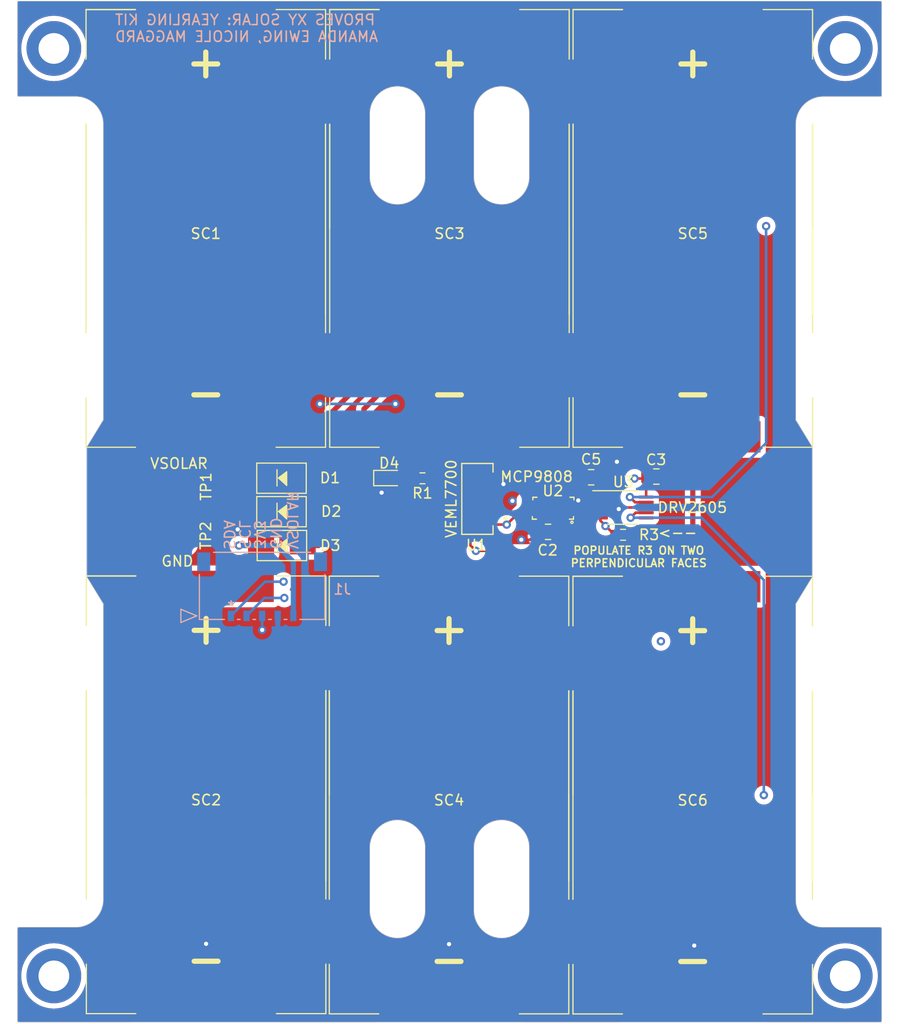
<source format=kicad_pcb>
(kicad_pcb (version 20221018) (generator pcbnew)
  (title_block (title "Yearling Kit XY Faces with camera hole") (date "2023-03-20") (rev "3.0") (company "Project Horizion"))
  (layers (0 "F.Cu" signal) (1 "In1.Cu" signal) (2 "In2.Cu" signal) (31 "B.Cu" signal) (34 "B.Paste" user) (35 "F.Paste" user) (36 "B.SilkS" user "B.Silkscreen") (37 "F.SilkS" user "F.Silkscreen") (38 "B.Mask" user) (39 "F.Mask" user) (44 "Edge.Cuts" user))
  (net 0 "")
  (net 1 "GND")
  (net 2 "+3V3")
  (net 3 "VSOLAR")
  (net 4 "Net-(SC1-Pad2)")
  (net 5 "Net-(SC3-Pad2)")
  (net 6 "Net-(D1-Pad2)")
  (net 7 "Net-(D2-Pad2)")
  (net 8 "SDA")
  (net 9 "SCL")
  (net 10 "Net-(C5-Pad1)")
  (net 17 "Net-(C3-Pad1)")
  (net 20 "Net-(U3-Pad7)")
  (net 21 "Net-(D3-Pad2)")
  (net 22 "Net-(SC5-Pad2)")
  (net 23 "Net-(D4-Pad2)")
  (footprint "SolarPanelBoards:MountingHoles" (layer "F.Cu") (at 106 70.3)
    (fp_text reference "J2" (at 0.54 0.01) (layer "F.SilkS"))
    (fp_text value "Conn_01x01")
    (pad "1" thru_hole circle (at 0.5 0) (size 5.25 5.25) (drill 2.95) (layers "*.Cu" "*.Mask"))
  )
  (footprint "SolarPanelBoards:MountingHoles" (layer "F.Cu") (at 106 159.3)
    (fp_text reference "J3" (at 0.42 0.13) (layer "F.SilkS"))
    (fp_text value "Conn_01x01")
    (pad "1" thru_hole circle (at 0.5 0) (size 5.25 5.25) (drill 2.95) (layers "*.Cu" "*.Mask"))
  )
  (footprint "SolarPanelBoards:MountingHoles" (layer "F.Cu") (at 183 70.3)
    (fp_text reference "J4" (at -0.4 0.08) (layer "F.SilkS"))
    (fp_text value "Conn_01x01")
    (pad "1" thru_hole circle (at -0.5 0) (size 5.25 5.25) (drill 2.95) (layers "*.Cu" "*.Mask"))
  )
  (footprint "SolarPanelBoards:MountingHoles" (layer "F.Cu") (at 183 159.3)
    (fp_text reference "J5" (at -0.62 0.07) (layer "F.SilkS"))
    (fp_text value "Conn_01x01")
    (pad "1" thru_hole circle (at -0.5 0) (size 5.25 5.25) (drill 2.95) (layers "*.Cu" "*.Mask"))
  )
  (footprint "SolarPanelBoards:MCP9808-NoLeadPackage" (layer "F.Cu") (at 154.45 114.42 90)
    (fp_text reference "U2" (at 1.66 -0.02 180) (layer "F.SilkS"))
    (fp_text value "MCP9808_DFN")
    (fp_line (start -1.05 -2) (end -1.05 -1.7) (stroke (width 0.12)) (layer "F.SilkS"))
    (fp_line (start -1.05 -2) (end -0.8 -2) (stroke (width 0.12)) (layer "F.SilkS"))
    (fp_line (start -1.05 -1.7) (end -1.05 -2) (stroke (width 0.12)) (layer "F.SilkS"))
    (fp_line (start -1.05 -1.7) (end -1.05 -1.6) (stroke (width 0.12)) (layer "F.SilkS"))
    (fp_line (start -1.05 1.65) (end -1.05 1.55) (stroke (width 0.12)) (layer "F.SilkS"))
    (fp_line (start -1.05 1.65) (end -1.05 1.95) (stroke (width 0.12)) (layer "F.SilkS"))
    (fp_line (start -1.05 1.95) (end -1.05 1.65) (stroke (width 0.12)) (layer "F.SilkS"))
    (fp_line (start -1.05 1.95) (end -0.8 1.95) (stroke (width 0.12)) (layer "F.SilkS"))
    (fp_line (start 1.05 -1.95) (end 0.8 -1.95) (stroke (width 0.12)) (layer "F.SilkS"))
    (fp_line (start 1.05 -1.95) (end 1.05 -1.65) (stroke (width 0.12)) (layer "F.SilkS"))
    (fp_line (start 1.05 -1.65) (end 1.05 -1.95) (stroke (width 0.12)) (layer "F.SilkS"))
    (fp_line (start 1.05 -1.65) (end 1.05 -1.55) (stroke (width 0.12)) (layer "F.SilkS"))
    (fp_line (start 1.05 1.7) (end 1.05 1.6) (stroke (width 0.12)) (layer "F.SilkS"))
    (fp_line (start 1.05 1.7) (end 1.05 2) (stroke (width 0.12)) (layer "F.SilkS"))
    (fp_line (start 1.05 2) (end 0.8 2) (stroke (width 0.12)) (layer "F.SilkS"))
    (fp_line (start 1.05 2) (end 1.05 1.7) (stroke (width 0.12)) (layer "F.SilkS"))
    (fp_circle (center -1.35 1.8) (end -1.3 1.8) (stroke (width 0.12)) (fill none) (layer "F.SilkS"))
    (pad "1" smd rect (at -0.75 1.45 90) (size 0.3 0.75) (layers "F.Cu" "F.Paste" "F.Mask") (net 8 "SDA"))
    (pad "2" smd rect (at -0.25 1.45 90) (size 0.3 0.75) (layers "F.Cu" "F.Paste" "F.Mask") (net 9 "SCL"))
    (pad "3" smd rect (at 0.25 1.45 90) (size 0.3 0.75) (layers "F.Cu" "F.Paste" "F.Mask"))
    (pad "4" smd rect (at 0.75 1.45 90) (size 0.3 0.75) (layers "F.Cu" "F.Paste" "F.Mask") (net 1 "GND"))
    (pad "5" smd rect (at 0.75 -1.45 270) (size 0.3 0.75) (layers "F.Cu" "F.Paste" "F.Mask") (net 1 "GND"))
    (pad "6" smd rect (at 0.25 -1.45 270) (size 0.3 0.75) (layers "F.Cu" "F.Paste" "F.Mask") (net 2 "+3V3"))
    (pad "7" smd rect (at -0.25 -1.45 270) (size 0.3 0.75) (layers "F.Cu" "F.Paste" "F.Mask") (net 2 "+3V3"))
    (pad "8" smd rect (at -0.75 -1.45 270) (size 0.3 0.75) (layers "F.Cu" "F.Paste" "F.Mask") (net 2 "+3V3"))
    (pad "9" smd rect (at 0 0 90) (size 1.45 1.75) (layers "F.Cu" "F.Paste" "F.Mask") (net 1 "GND"))
  )
  (footprint "SolarPanelBoards:KXOB101K08F-TR" (layer "F.Cu") (at 167.86 87.57)
    (fp_text reference "SC5" (at 0 0.5) (layer "F.SilkS"))
    (fp_text value "SM101K07TF")
    (fp_text user "+" (at 0 -16) (layer "F.SilkS") (effects (font (size 3 3) (thickness 0.5))))
    (fp_text user "-" (at 0 15.75) (layer "F.SilkS") (effects (font (size 3 3) (thickness 0.5))))
    (fp_line (start -11.5 -21) (end -11.5 -16.25) (stroke (width 0.12)) (layer "F.SilkS"))
    (fp_line (start -11.5 -21) (end -6.75 -21) (stroke (width 0.12)) (layer "F.SilkS"))
    (fp_line (start -11.5 -10) (end -11.5 10) (stroke (width 0.12)) (layer "F.SilkS"))
    (fp_line (start -11.5 0) (end -11.5 -10) (stroke (width 0.12)) (layer "F.SilkS"))
    (fp_line (start -11.5 21) (end -11.5 16.25) (stroke (width 0.12)) (layer "F.SilkS"))
    (fp_line (start -11.5 21) (end -6.75 21) (stroke (width 0.12)) (layer "F.SilkS"))
    (fp_line (start -6.75 -21) (end -11.5 -21) (stroke (width 0.12)) (layer "F.SilkS"))
    (fp_line (start 6.75 -21) (end 11.5 -21) (stroke (width 0.12)) (layer "F.SilkS"))
    (fp_line (start 6.75 21) (end 11.5 21) (stroke (width 0.12)) (layer "F.SilkS"))
    (fp_line (start 11.5 -21) (end 11.5 -16.25) (stroke (width 0.12)) (layer "F.SilkS"))
    (fp_line (start 11.5 -10) (end 11.5 8.25) (stroke (width 0.12)) (layer "F.SilkS"))
    (fp_line (start 11.5 0) (end 11.5 -10) (stroke (width 0.12)) (layer "F.SilkS"))
    (fp_line (start 11.5 0) (end 11.5 10) (stroke (width 0.12)) (layer "F.SilkS"))
    (fp_line (start 11.5 8.25) (end 11.5 0) (stroke (width 0.12)) (layer "F.SilkS"))
    (fp_line (start 11.5 21) (end 11.5 16.25) (stroke (width 0.12)) (layer "F.SilkS"))
    (pad "1" smd rect (at 0 -20) (size 13 3) (layers "F.Cu" "F.Paste" "F.Mask") (net 21 "Net-(D3-Pad2)"))
    (pad "2" smd rect (at 0 20) (size 13 3) (layers "F.Cu" "F.Paste" "F.Mask") (net 22 "Net-(SC5-Pad2)"))
  )
  (footprint "SolarPanelBoards:Test Pad" (layer "F.Cu") (at 118.37 112.45 90)
    (fp_text reference "TP1" (at 0.11 2.75 90 unlocked) (layer "F.SilkS"))
    (fp_text value "TestPoint")
    (pad "1" smd roundrect (at 0 0 90) (size 3 3) (layers "F.Cu" "F.Paste" "F.Mask") (net 3 "VSOLAR"))
  )
  (footprint "SolarPanelBoards:DO-214AC" (layer "F.Cu") (at 128.4 118)
    (fp_text reference "D3" (at 4.65 0) (layer "F.SilkS"))
    (fp_text value "CDBA240LL-HF")
    (fp_line (start -2.375 -1.45) (end 2.375 -1.45) (stroke (width 0.12)) (layer "F.SilkS"))
    (fp_line (start -2.375 1.45) (end -2.375 -1.45) (stroke (width 0.12)) (layer "F.SilkS"))
    (fp_line (start -2.375 1.45) (end 2.375 1.45) (stroke (width 0.12)) (layer "F.SilkS"))
    (fp_line (start -0.4318 -0.8128) (end -0.4318 0.7366) (stroke (width 0.12)) (layer "F.SilkS"))
    (fp_line (start 2.375 1.45) (end 2.375 -1.45) (stroke (width 0.12)) (layer "F.SilkS"))
    (fp_poly (pts (xy 0.508 0.7112) (xy -0.3048 -0.0254) (xy 0.508 -0.635)) (stroke (width 0.1)) (fill solid) (layer "F.SilkS"))
    (pad "1" smd rect (at -2 0) (size 2.5 1.7) (layers "F.Cu" "F.Paste" "F.Mask") (net 3 "VSOLAR"))
    (pad "2" smd rect (at 2 0) (size 2.5 1.7) (layers "F.Cu" "F.Paste" "F.Mask") (net 21 "Net-(D3-Pad2)"))
  )
  (footprint "SolarPanelBoards:Test Pad" (layer "F.Cu") (at 118.36 117.05 90)
    (fp_text reference "TP2" (at 0 2.73 90 unlocked) (layer "F.SilkS"))
    (fp_text value "TestPoint")
    (pad "1" smd roundrect (at 0 0 90) (size 3 3) (layers "F.Cu" "F.Paste" "F.Mask") (net 1 "GND"))
  )
  (footprint "SolarPanelBoards:DO-214AC" (layer "F.Cu") (at 128.36 111.54)
    (fp_text reference "D1" (at 4.66 -0.03) (layer "F.SilkS"))
    (fp_text value "CDBA240LL-HF")
    (fp_line (start -2.375 -1.45) (end 2.375 -1.45) (stroke (width 0.12)) (layer "F.SilkS"))
    (fp_line (start -2.375 1.45) (end -2.375 -1.45) (stroke (width 0.12)) (layer "F.SilkS"))
    (fp_line (start -2.375 1.45) (end 2.375 1.45) (stroke (width 0.12)) (layer "F.SilkS"))
    (fp_line (start -0.4318 -0.8128) (end -0.4318 0.7366) (stroke (width 0.12)) (layer "F.SilkS"))
    (fp_line (start 2.375 1.45) (end 2.375 -1.45) (stroke (width 0.12)) (layer "F.SilkS"))
    (fp_poly (pts (xy 0.508 0.7112) (xy -0.3048 -0.0254) (xy 0.508 -0.635)) (stroke (width 0.1)) (fill solid) (layer "F.SilkS"))
    (pad "1" smd rect (at -2 0) (size 2.5 1.7) (layers "F.Cu" "F.Paste" "F.Mask") (net 3 "VSOLAR"))
    (pad "2" smd rect (at 2 0) (size 2.5 1.7) (layers "F.Cu" "F.Paste" "F.Mask") (net 6 "Net-(D1-Pad2)"))
  )
  (footprint "SolarPanelBoards:KXOB101K08F-TR" (layer "F.Cu") (at 144.49 87.57)
    (fp_text reference "SC3" (at 0 0.5) (layer "F.SilkS"))
    (fp_text value "SM101K07TF")
    (fp_text user "-" (at 0 15.75) (layer "F.SilkS") (effects (font (size 3 3) (thickness 0.5))))
    (fp_text user "+" (at 0 -16) (layer "F.SilkS") (effects (font (size 3 3) (thickness 0.5))))
    (fp_line (start -11.5 -21) (end -11.5 -16.25) (stroke (width 0.12)) (layer "F.SilkS"))
    (fp_line (start -11.5 -21) (end -6.75 -21) (stroke (width 0.12)) (layer "F.SilkS"))
    (fp_line (start -11.5 -10) (end -11.5 10) (stroke (width 0.12)) (layer "F.SilkS"))
    (fp_line (start -11.5 0) (end -11.5 -10) (stroke (width 0.12)) (layer "F.SilkS"))
    (fp_line (start -11.5 21) (end -11.5 16.25) (stroke (width 0.12)) (layer "F.SilkS"))
    (fp_line (start -11.5 21) (end -6.75 21) (stroke (width 0.12)) (layer "F.SilkS"))
    (fp_line (start -6.75 -21) (end -11.5 -21) (stroke (width 0.12)) (layer "F.SilkS"))
    (fp_line (start 6.75 -21) (end 11.5 -21) (stroke (width 0.12)) (layer "F.SilkS"))
    (fp_line (start 6.75 21) (end 11.5 21) (stroke (width 0.12)) (layer "F.SilkS"))
    (fp_line (start 11.5 -21) (end 11.5 -16.25) (stroke (width 0.12)) (layer "F.SilkS"))
    (fp_line (start 11.5 -10) (end 11.5 8.25) (stroke (width 0.12)) (layer "F.SilkS"))
    (fp_line (start 11.5 0) (end 11.5 -10) (stroke (width 0.12)) (layer "F.SilkS"))
    (fp_line (start 11.5 0) (end 11.5 10) (stroke (width 0.12)) (layer "F.SilkS"))
    (fp_line (start 11.5 8.25) (end 11.5 0) (stroke (width 0.12)) (layer "F.SilkS"))
    (fp_line (start 11.5 21) (end 11.5 16.25) (stroke (width 0.12)) (layer "F.SilkS"))
    (pad "1" smd rect (at 0 -20) (size 13 3) (layers "F.Cu" "F.Paste" "F.Mask") (net 7 "Net-(D2-Pad2)"))
    (pad "2" smd rect (at 0 20) (size 13 3) (layers "F.Cu" "F.Paste" "F.Mask") (net 5 "Net-(SC3-Pad2)"))
  )
  (footprint "SolarPanelBoards:KXOB101K08F-TR" (layer "F.Cu") (at 144.45 141.94)
    (fp_text reference "SC4" (at 0 0.5) (layer "F.SilkS"))
    (fp_text value "SM101K07TF")
    (fp_text user "-" (at 0 15.75) (layer "F.SilkS") (effects (font (size 3 3) (thickness 0.5))))
    (fp_text user "+" (at 0 -16) (layer "F.SilkS") (effects (font (size 3 3) (thickness 0.5))))
    (fp_line (start -11.5 -21) (end -11.5 -16.25) (stroke (width 0.12)) (layer "F.SilkS"))
    (fp_line (start -11.5 -21) (end -6.75 -21) (stroke (width 0.12)) (layer "F.SilkS"))
    (fp_line (start -11.5 -10) (end -11.5 10) (stroke (width 0.12)) (layer "F.SilkS"))
    (fp_line (start -11.5 0) (end -11.5 -10) (stroke (width 0.12)) (layer "F.SilkS"))
    (fp_line (start -11.5 21) (end -11.5 16.25) (stroke (width 0.12)) (layer "F.SilkS"))
    (fp_line (start -11.5 21) (end -6.75 21) (stroke (width 0.12)) (layer "F.SilkS"))
    (fp_line (start -6.75 -21) (end -11.5 -21) (stroke (width 0.12)) (layer "F.SilkS"))
    (fp_line (start 6.75 -21) (end 11.5 -21) (stroke (width 0.12)) (layer "F.SilkS"))
    (fp_line (start 6.75 21) (end 11.5 21) (stroke (width 0.12)) (layer "F.SilkS"))
    (fp_line (start 11.5 -21) (end 11.5 -16.25) (stroke (width 0.12)) (layer "F.SilkS"))
    (fp_line (start 11.5 -10) (end 11.5 8.25) (stroke (width 0.12)) (layer "F.SilkS"))
    (fp_line (start 11.5 0) (end 11.5 -10) (stroke (width 0.12)) (layer "F.SilkS"))
    (fp_line (start 11.5 0) (end 11.5 10) (stroke (width 0.12)) (layer "F.SilkS"))
    (fp_line (start 11.5 8.25) (end 11.5 0) (stroke (width 0.12)) (layer "F.SilkS"))
    (fp_line (start 11.5 21) (end 11.5 16.25) (stroke (width 0.12)) (layer "F.SilkS"))
    (pad "1" smd rect (at 0 -20) (size 13 3) (layers "F.Cu" "F.Paste" "F.Mask") (net 5 "Net-(SC3-Pad2)"))
    (pad "2" smd rect (at 0 20) (size 13 3) (layers "F.Cu" "F.Paste" "F.Mask") (net 1 "GND"))
  )
  (footprint "SolarPanelBoards:KXOB101K08F-TR" (layer "F.Cu") (at 121.12 141.92)
    (fp_text reference "SC2" (at 0 0.5) (layer "F.SilkS"))
    (fp_text value "SM101K07TF")
    (fp_text user "+" (at 0 -16) (layer "F.SilkS") (effects (font (size 3 3) (thickness 0.5))))
    (fp_text user "-" (at 0 15.75) (layer "F.SilkS") (effects (font (size 3 3) (thickness 0.5))))
    (fp_line (start -11.5 -21) (end -11.5 -16.25) (stroke (width 0.12)) (layer "F.SilkS"))
    (fp_line (start -11.5 -21) (end -6.75 -21) (stroke (width 0.12)) (layer "F.SilkS"))
    (fp_line (start -11.5 -10) (end -11.5 10) (stroke (width 0.12)) (layer "F.SilkS"))
    (fp_line (start -11.5 0) (end -11.5 -10) (stroke (width 0.12)) (layer "F.SilkS"))
    (fp_line (start -11.5 21) (end -11.5 16.25) (stroke (width 0.12)) (layer "F.SilkS"))
    (fp_line (start -11.5 21) (end -6.75 21) (stroke (width 0.12)) (layer "F.SilkS"))
    (fp_line (start -6.75 -21) (end -11.5 -21) (stroke (width 0.12)) (layer "F.SilkS"))
    (fp_line (start 6.75 -21) (end 11.5 -21) (stroke (width 0.12)) (layer "F.SilkS"))
    (fp_line (start 6.75 21) (end 11.5 21) (stroke (width 0.12)) (layer "F.SilkS"))
    (fp_line (start 11.5 -21) (end 11.5 -16.25) (stroke (width 0.12)) (layer "F.SilkS"))
    (fp_line (start 11.5 -10) (end 11.5 8.25) (stroke (width 0.12)) (layer "F.SilkS"))
    (fp_line (start 11.5 0) (end 11.5 -10) (stroke (width 0.12)) (layer "F.SilkS"))
    (fp_line (start 11.5 0) (end 11.5 10) (stroke (width 0.12)) (layer "F.SilkS"))
    (fp_line (start 11.5 8.25) (end 11.5 0) (stroke (width 0.12)) (layer "F.SilkS"))
    (fp_line (start 11.5 21) (end 11.5 16.25) (stroke (width 0.12)) (layer "F.SilkS"))
    (pad "1" smd rect (at 0 -20) (size 13 3) (layers "F.Cu" "F.Paste" "F.Mask") (net 4 "Net-(SC1-Pad2)"))
    (pad "2" smd rect (at 0 20) (size 13 3) (layers "F.Cu" "F.Paste" "F.Mask") (net 1 "GND"))
  )
  (footprint "SolarPanelBoards:DO-214AC" (layer "F.Cu") (at 128.36 114.75)
    (fp_text reference "D2" (at 4.77 -0.02) (layer "F.SilkS"))
    (fp_text value "CDBA240LL-HF")
    (fp_line (start -2.375 -1.45) (end 2.375 -1.45) (stroke (width 0.12)) (layer "F.SilkS"))
    (fp_line (start -2.375 1.45) (end -2.375 -1.45) (stroke (width 0.12)) (layer "F.SilkS"))
    (fp_line (start -2.375 1.45) (end 2.375 1.45) (stroke (width 0.12)) (layer "F.SilkS"))
    (fp_line (start -0.4318 -0.8128) (end -0.4318 0.7366) (stroke (width 0.12)) (layer "F.SilkS"))
    (fp_line (start 2.375 1.45) (end 2.375 -1.45) (stroke (width 0.12)) (layer "F.SilkS"))
    (fp_poly (pts (xy 0.508 0.7112) (xy -0.3048 -0.0254) (xy 0.508 -0.635)) (stroke (width 0.1)) (fill solid) (layer "F.SilkS"))
    (pad "1" smd rect (at -2 0) (size 2.5 1.7) (layers "F.Cu" "F.Paste" "F.Mask") (net 3 "VSOLAR"))
    (pad "2" smd rect (at 2 0) (size 2.5 1.7) (layers "F.Cu" "F.Paste" "F.Mask") (net 7 "Net-(D2-Pad2)"))
  )
  (footprint "SolarPanelBoards:KXOB101K08F-TR" (layer "F.Cu") (at 167.85 141.95)
    (fp_text reference "SC6" (at 0 0.5) (layer "F.SilkS"))
    (fp_text value "SM101K07TF")
    (fp_text user "-" (at 0 15.75) (layer "F.SilkS") (effects (font (size 3 3) (thickness 0.5))))
    (fp_text user "+" (at 0 -16) (layer "F.SilkS") (effects (font (size 3 3) (thickness 0.5))))
    (fp_line (start -11.5 -21) (end -11.5 -16.25) (stroke (width 0.12)) (layer "F.SilkS"))
    (fp_line (start -11.5 -21) (end -6.75 -21) (stroke (width 0.12)) (layer "F.SilkS"))
    (fp_line (start -11.5 -10) (end -11.5 10) (stroke (width 0.12)) (layer "F.SilkS"))
    (fp_line (start -11.5 0) (end -11.5 -10) (stroke (width 0.12)) (layer "F.SilkS"))
    (fp_line (start -11.5 21) (end -11.5 16.25) (stroke (width 0.12)) (layer "F.SilkS"))
    (fp_line (start -11.5 21) (end -6.75 21) (stroke (width 0.12)) (layer "F.SilkS"))
    (fp_line (start -6.75 -21) (end -11.5 -21) (stroke (width 0.12)) (layer "F.SilkS"))
    (fp_line (start 6.75 -21) (end 11.5 -21) (stroke (width 0.12)) (layer "F.SilkS"))
    (fp_line (start 6.75 21) (end 11.5 21) (stroke (width 0.12)) (layer "F.SilkS"))
    (fp_line (start 11.5 -21) (end 11.5 -16.25) (stroke (width 0.12)) (layer "F.SilkS"))
    (fp_line (start 11.5 -10) (end 11.5 8.25) (stroke (width 0.12)) (layer "F.SilkS"))
    (fp_line (start 11.5 0) (end 11.5 -10) (stroke (width 0.12)) (layer "F.SilkS"))
    (fp_line (start 11.5 0) (end 11.5 10) (stroke (width 0.12)) (layer "F.SilkS"))
    (fp_line (start 11.5 8.25) (end 11.5 0) (stroke (width 0.12)) (layer "F.SilkS"))
    (fp_line (start 11.5 21) (end 11.5 16.25) (stroke (width 0.12)) (layer "F.SilkS"))
    (pad "1" smd rect (at 0 -20) (size 13 3) (layers "F.Cu" "F.Paste" "F.Mask") (net 22 "Net-(SC5-Pad2)"))
    (pad "2" smd rect (at 0 20) (size 13 3) (layers "F.Cu" "F.Paste" "F.Mask") (net 1 "GND"))
  )
  (footprint "Capacitor_SMD:C_0805_2012Metric" (layer "F.Cu") (at 153.96 116.69)
    (fp_text reference "C2" (at -0.04 1.76) (layer "F.SilkS"))
    (fp_text value "1uF")
    (fp_line (start -0.261252 -0.735) (end 0.261252 -0.735) (stroke (width 0.12)) (layer "F.SilkS"))
    (fp_line (start -0.261252 0.735) (end 0.261252 0.735) (stroke (width 0.12)) (layer "F.SilkS"))
    (pad "1" smd roundrect (at -0.95 0) (size 1 1.45) (layers "F.Cu" "F.Paste" "F.Mask") (net 2 "+3V3"))
    (pad "2" smd roundrect (at 0.95 0) (size 1 1.45) (layers "F.Cu" "F.Paste" "F.Mask") (net 1 "GND"))
  )
  (footprint "Capacitor_SMD:C_0805_2012Metric" (layer "F.Cu") (at 158.1 111.45 180)
    (fp_text reference "C5" (at 0.01 1.72) (layer "F.SilkS"))
    (fp_text value "1uF")
    (fp_line (start -0.261252 -0.735) (end 0.261252 -0.735) (stroke (width 0.12)) (layer "F.SilkS"))
    (fp_line (start -0.261252 0.735) (end 0.261252 0.735) (stroke (width 0.12)) (layer "F.SilkS"))
    (pad "1" smd roundrect (at -0.95 0 180) (size 1 1.45) (layers "F.Cu" "F.Paste" "F.Mask") (net 10 "Net-(C5-Pad1)"))
    (pad "2" smd roundrect (at 0.95 0 180) (size 1 1.45) (layers "F.Cu" "F.Paste" "F.Mask") (net 1 "GND"))
  )
  (footprint "VEML7700-TT:XDCR_VEML7700-TT" (layer "F.Cu") (at 147.175 113.525 180)
    (fp_text reference "U1" (at 0.095 -4.435) (layer "F.SilkS"))
    (fp_text value "VEML7700")
    (fp_line (start -1.5 -3.4) (end 1.5 -3.4) (stroke (width 0.127)) (layer "F.SilkS"))
    (fp_line (start -1.5 -2.575) (end -1.5 -3.4) (stroke (width 0.127)) (layer "F.SilkS"))
    (fp_line (start -1.5 3.4) (end -1.5 2.575) (stroke (width 0.127)) (layer "F.SilkS"))
    (fp_line (start 1.5 -3.4) (end 1.5 3.4) (stroke (width 0.127)) (layer "F.SilkS"))
    (fp_line (start 1.5 3.4) (end -1.5 3.4) (stroke (width 0.127)) (layer "F.SilkS"))
    (fp_circle (center -2.7 -1.905) (end -2.6 -1.905) (stroke (width 0.2)) (fill none) (layer "F.SilkS"))
    (pad "1" smd rect (at -0.9 -1.905 180) (size 1.6 0.7) (layers "F.Cu" "F.Paste" "F.Mask") (net 9 "SCL"))
    (pad "2" smd rect (at -0.9 -0.635 180) (size 1.6 0.7) (layers "F.Cu" "F.Paste" "F.Mask") (net 2 "+3V3"))
    (pad "3" smd rect (at -0.9 0.635 180) (size 1.6 0.7) (layers "F.Cu" "F.Paste" "F.Mask") (net 1 "GND"))
    (pad "4" smd rect (at -0.9 1.905 180) (size 1.6 0.7) (layers "F.Cu" "F.Paste" "F.Mask") (net 8 "SDA"))
  )
  (footprint "Resistor_SMD:R_0603_1608Metric" (layer "F.Cu") (at 161.165 116.97 180)
    (fp_text reference "R3" (at -2.495 0) (layer "F.SilkS"))
    (fp_text value "0-Ohm")
    (fp_line (start -0.237258 -0.5225) (end 0.237258 -0.5225) (stroke (width 0.12)) (layer "F.SilkS"))
    (fp_line (start -0.237258 0.5225) (end 0.237258 0.5225) (stroke (width 0.12)) (layer "F.SilkS"))
    (pad "1" smd roundrect (at -0.825 0 180) (size 0.8 0.95) (layers "F.Cu" "F.Paste" "F.Mask") (net 2 "+3V3"))
    (pad "2" smd roundrect (at 0.825 0 180) (size 0.8 0.95) (layers "F.Cu" "F.Paste" "F.Mask") (net 17 "Net-(C3-Pad1)"))
  )
  (footprint "Capacitor_SMD:C_0805_2012Metric" (layer "F.Cu") (at 164.36 111.38)
    (fp_text reference "C3" (at -0.02 -1.61 180) (layer "F.SilkS"))
    (fp_text value "1uF")
    (fp_line (start -0.261252 -0.735) (end 0.261252 -0.735) (stroke (width 0.12)) (layer "F.SilkS"))
    (fp_line (start -0.261252 0.735) (end 0.261252 0.735) (stroke (width 0.12)) (layer "F.SilkS"))
    (pad "1" smd roundrect (at -0.95 0) (size 1 1.45) (layers "F.Cu" "F.Paste" "F.Mask") (net 17 "Net-(C3-Pad1)"))
    (pad "2" smd roundrect (at 0.95 0) (size 1 1.45) (layers "F.Cu" "F.Paste" "F.Mask") (net 1 "GND"))
  )
  (footprint "LED_SMD:LED_0603_1608Metric" (layer "F.Cu") (at 138.7 111.525)
    (fp_text reference "D4" (at 0 -1.43) (layer "F.SilkS"))
    (fp_text value "CQY99")
    (fp_line (start -1.485 -0.735) (end -1.485 0.735) (stroke (width 0.12)) (layer "F.SilkS"))
    (fp_line (start -1.485 0.735) (end 0.8 0.735) (stroke (width 0.12)) (layer "F.SilkS"))
    (fp_line (start 0.8 -0.735) (end -1.485 -0.735) (stroke (width 0.12)) (layer "F.SilkS"))
    (pad "1" smd roundrect (at -0.7875 0) (size 0.875 0.95) (layers "F.Cu" "F.Paste" "F.Mask") (net 1 "GND"))
    (pad "2" smd roundrect (at 0.7875 0) (size 0.875 0.95) (layers "F.Cu" "F.Paste" "F.Mask") (net 23 "Net-(D4-Pad2)"))
  )
  (footprint "SolarPanelBoards:KXOB101K08F-TR" (layer "F.Cu") (at 121.09 87.57)
    (fp_text reference "SC1" (at 0 0.5) (layer "F.SilkS"))
    (fp_text value "SM101K07TF")
    (fp_text user "+" (at 0 -16) (layer "F.SilkS") (effects (font (size 3 3) (thickness 0.5))))
    (fp_text user "-" (at 0 15.75) (layer "F.SilkS") (effects (font (size 3 3) (thickness 0.5))))
    (fp_line (start -11.5 -21) (end -11.5 -16.25) (stroke (width 0.12)) (layer "F.SilkS"))
    (fp_line (start -11.5 -21) (end -6.75 -21) (stroke (width 0.12)) (layer "F.SilkS"))
    (fp_line (start -11.5 -10) (end -11.5 10) (stroke (width 0.12)) (layer "F.SilkS"))
    (fp_line (start -11.5 0) (end -11.5 -10) (stroke (width 0.12)) (layer "F.SilkS"))
    (fp_line (start -11.5 21) (end -11.5 16.25) (stroke (width 0.12)) (layer "F.SilkS"))
    (fp_line (start -11.5 21) (end -6.75 21) (stroke (width 0.12)) (layer "F.SilkS"))
    (fp_line (start -6.75 -21) (end -11.5 -21) (stroke (width 0.12)) (layer "F.SilkS"))
    (fp_line (start 6.75 -21) (end 11.5 -21) (stroke (width 0.12)) (layer "F.SilkS"))
    (fp_line (start 6.75 21) (end 11.5 21) (stroke (width 0.12)) (layer "F.SilkS"))
    (fp_line (start 11.5 -21) (end 11.5 -16.25) (stroke (width 0.12)) (layer "F.SilkS"))
    (fp_line (start 11.5 -10) (end 11.5 8.25) (stroke (width 0.12)) (layer "F.SilkS"))
    (fp_line (start 11.5 0) (end 11.5 -10) (stroke (width 0.12)) (layer "F.SilkS"))
    (fp_line (start 11.5 0) (end 11.5 10) (stroke (width 0.12)) (layer "F.SilkS"))
    (fp_line (start 11.5 8.25) (end 11.5 0) (stroke (width 0.12)) (layer "F.SilkS"))
    (fp_line (start 11.5 21) (end 11.5 16.25) (stroke (width 0.12)) (layer "F.SilkS"))
    (pad "1" smd rect (at 0 -20) (size 13 3) (layers "F.Cu" "F.Paste" "F.Mask") (net 6 "Net-(D1-Pad2)"))
    (pad "2" smd rect (at 0 20) (size 13 3) (layers "F.Cu" "F.Paste" "F.Mask") (net 4 "Net-(SC1-Pad2)"))
  )
  (footprint "Resistor_SMD:R_0603_1608Metric" (layer "F.Cu") (at 141.9 111.55 180)
    (fp_text reference "R1" (at 0 -1.43) (layer "F.SilkS"))
    (fp_text value "1k")
    (fp_line (start -0.237258 -0.5225) (end 0.237258 -0.5225) (stroke (width 0.12)) (layer "F.SilkS"))
    (fp_line (start -0.237258 0.5225) (end 0.237258 0.5225) (stroke (width 0.12)) (layer "F.SilkS"))
    (pad "1" smd roundrect (at -0.825 0 180) (size 0.8 0.95) (layers "F.Cu" "F.Paste" "F.Mask") (net 2 "+3V3"))
    (pad "2" smd roundrect (at 0.825 0 180) (size 0.8 0.95) (layers "F.Cu" "F.Paste" "F.Mask") (net 23 "Net-(D4-Pad2)"))
  )
  (footprint "Package_SO:VSSOP-10_3x3mm_P0.5mm" (layer "F.Cu") (at 161.18 114.35)
    (fp_text reference "U3" (at 0 -2.45) (layer "F.SilkS"))
    (fp_text value "DRV2605LDGS")
    (fp_line (start 0 -1.61) (end -2.925 -1.61) (stroke (width 0.12)) (layer "F.SilkS"))
    (fp_line (start 0 -1.61) (end 1.5 -1.61) (stroke (width 0.12)) (layer "F.SilkS"))
    (fp_line (start 0 1.61) (end -1.5 1.61) (stroke (width 0.12)) (layer "F.SilkS"))
    (fp_line (start 0 1.61) (end 1.5 1.61) (stroke (width 0.12)) (layer "F.SilkS"))
    (pad "1" smd roundrect (at -2.2 -1) (size 1.45 0.3) (layers "F.Cu" "F.Paste" "F.Mask") (net 10 "Net-(C5-Pad1)"))
    (pad "2" smd roundrect (at -2.2 -0.5) (size 1.45 0.3) (layers "F.Cu" "F.Paste" "F.Mask") (net 9 "SCL"))
    (pad "3" smd roundrect (at -2.2 0) (size 1.45 0.3) (layers "F.Cu" "F.Paste" "F.Mask") (net 8 "SDA"))
    (pad "4" smd roundrect (at -2.2 0.5) (size 1.45 0.3) (layers "F.Cu" "F.Paste" "F.Mask") (net 1 "GND"))
    (pad "5" smd roundrect (at -2.2 1) (size 1.45 0.3) (layers "F.Cu" "F.Paste" "F.Mask") (net 17 "Net-(C3-Pad1)"))
    (pad "6" smd roundrect (at 2.2 1) (size 1.45 0.3) (layers "F.Cu" "F.Paste" "F.Mask"))
    (pad "7" smd roundrect (at 2.2 0.5) (size 1.45 0.3) (layers "F.Cu" "F.Paste" "F.Mask") (net 20 "Net-(U3-Pad7)"))
    (pad "8" smd roundrect (at 2.2 0) (size 1.45 0.3) (layers "F.Cu" "F.Paste" "F.Mask") (net 1 "GND"))
    (pad "9" smd roundrect (at 2.2 -0.5) (size 1.45 0.3) (layers "F.Cu" "F.Paste" "F.Mask") (net 20 "Net-(U3-Pad7)"))
    (pad "10" smd roundrect (at 2.2 -1) (size 1.45 0.3) (layers "F.Cu" "F.Paste" "F.Mask") (net 17 "Net-(C3-Pad1)"))
  )
  (footprint "SolarPanelBoards:CON_5040500591" (layer "B.Cu") (at 123.5 124.75 180)
    (fp_text reference "J1" (at -10.7 2.55) (layer "B.SilkS") (effects (justify mirror)))
    (fp_text value "CON-5040500591" hide)
    (fp_text user "*" (at -0.02 0.88) (layer "B.SilkS") (effects (justify mirror)))
    (fp_line (start -9.024989 -0.34) (end -6.620041 -0.34) (stroke (width 0.12)) (layer "B.SilkS"))
    (fp_line (start -9.024989 3.96996) (end -9.024989 -0.34) (stroke (width 0.12)) (layer "B.SilkS"))
    (fp_line (start -5.379961 -0.34) (end -5.120041 -0.34) (stroke (width 0.12)) (layer "B.SilkS"))
    (fp_line (start -3.879961 -0.34) (end -3.620039 -0.34) (stroke (width 0.12)) (layer "B.SilkS"))
    (fp_line (start -2.379959 -0.34) (end -2.12004 -0.34) (stroke (width 0.12)) (layer "B.SilkS"))
    (fp_line (start -0.87996 -0.34) (end -0.62004 -0.34) (stroke (width 0.12)) (layer "B.SilkS"))
    (fp_line (start 0.62004 -0.34) (end 3.024988 -0.34) (stroke (width 0.12)) (layer "B.SilkS"))
    (fp_line (start 1.660115 6.1) (end -7.660116 6.1) (stroke (width 0.12)) (layer "B.SilkS"))
    (fp_line (start 3.024988 -0.34) (end 3.024988 3.96996) (stroke (width 0.12)) (layer "B.SilkS"))
    (fp_line (start 3.278987 0) (end 4.802987 0.635) (stroke (width 0.12)) (layer "B.SilkS"))
    (fp_line (start 4.802987 -0.635) (end 3.278987 0) (stroke (width 0.12)) (layer "B.SilkS"))
    (fp_line (start 4.802987 0.635) (end 4.802987 -0.635) (stroke (width 0.12)) (layer "B.SilkS"))
    (pad "1" smd rect (at 0 0 180) (size 0.6 1) (layers "B.Cu" "B.Paste" "B.Mask") (net 8 "SDA"))
    (pad "2" smd rect (at -1.5 0 180) (size 0.6 1) (layers "B.Cu" "B.Paste" "B.Mask") (net 9 "SCL"))
    (pad "3" smd rect (at -2.999999 0 180) (size 0.6 1) (layers "B.Cu" "B.Paste" "B.Mask") (net 2 "+3V3"))
    (pad "4" smd rect (at -4.500001 0 180) (size 0.6 1) (layers "B.Cu" "B.Paste" "B.Mask") (net 1 "GND"))
    (pad "5" smd rect (at -6.000001 0 180) (size 0.6 1) (layers "B.Cu" "B.Paste" "B.Mask") (net 3 "VSOLAR"))
    (pad "6" smd rect (at 2.604999 5.19 180) (size 1.25 1.8) (layers "B.Cu" "B.Paste" "B.Mask"))
    (pad "7" smd rect (at -8.604999 5.19 180) (size 1.25 1.8) (layers "B.Cu" "B.Paste" "B.Mask"))
  )
  (gr_line (start 136.85 153) (end 136.85 147) (stroke (width 0.05)) (layer "Edge.Cuts"))
  (gr_line (start 142.15 153) (end 142.15 147) (stroke (width 0.05)) (layer "Edge.Cuts"))
  (gr_line (start 146.85 147) (end 146.85 153) (stroke (width 0.05)) (layer "Edge.Cuts"))
  (gr_line (start 152.15 153) (end 152.15 147) (stroke (width 0.05)) (layer "Edge.Cuts"))
  (gr_line (start 142.15 76.6) (end 142.15 82.6) (stroke (width 0.05)) (layer "Edge.Cuts"))
  (gr_line (start 136.85 76.6) (end 136.85 82.6) (stroke (width 0.05)) (layer "Edge.Cuts"))
  (gr_line (start 146.85 76.6) (end 146.85 82.6) (stroke (width 0.05)) (layer "Edge.Cuts"))
  (gr_line (start 152.15 76.6) (end 152.15 82.6) (stroke (width 0.05)) (layer "Edge.Cuts"))
  (gr_line (start 186 65.75) (end 103 65.75) (stroke (width 0.05)) (layer "Edge.Cuts"))
  (gr_line (start 108.58 74.92) (end 103 74.92) (stroke (width 0.05)) (layer "Edge.Cuts"))
  (gr_arc (start 108.58 74.92) (mid 110.461789 75.69114) (end 111.24 77.57) (stroke (width 0.05)) (layer "Edge.Cuts"))
  (gr_line (start 103 65.75) (end 103 74.92) (stroke (width 0.05)) (layer "Edge.Cuts"))
  (gr_line (start 103 154.62) (end 103 163.75) (stroke (width 0.05)) (layer "Edge.Cuts"))
  (gr_arc (start 142.15 82.6) (mid 139.5 85.25) (end 136.85 82.6) (stroke (width 0.05)) (layer "Edge.Cuts"))
  (gr_line (start 186 74.925) (end 180.42 74.925) (stroke (width 0.05)) (layer "Edge.Cuts"))
  (gr_arc (start 146.85 76.6) (mid 149.5 73.95) (end 152.15 76.6) (stroke (width 0.05)) (layer "Edge.Cuts"))
  (gr_line (start 186 74.925) (end 186 65.75) (stroke (width 0.05)) (layer "Edge.Cuts"))
  (gr_arc (start 136.85 76.6) (mid 139.5 73.95) (end 142.15 76.6) (stroke (width 0.05)) (layer "Edge.Cuts"))
  (gr_line (start 111.24 123.595) (end 111.24 151.97) (stroke (width 0.05)) (layer "Edge.Cuts"))
  (gr_line (start 109.65 108.545) (end 109.65 120.995) (stroke (width 0.05)) (layer "Edge.Cuts"))
  (gr_line (start 109.65 120.995) (end 111.24 123.595) (stroke (width 0.05)) (layer "Edge.Cuts"))
  (gr_line (start 103 163.75) (end 186 163.75) (stroke (width 0.05)) (layer "Edge.Cuts"))
  (gr_arc (start 136.85 147) (mid 139.5 144.35) (end 142.15 147) (stroke (width 0.05)) (layer "Edge.Cuts"))
  (gr_line (start 186 163.75) (end 186 154.625) (stroke (width 0.05)) (layer "Edge.Cuts"))
  (gr_arc (start 142.15 153) (mid 139.5 155.65) (end 136.85 153) (stroke (width 0.05)) (layer "Edge.Cuts"))
  (gr_arc (start 177.76 77.575) (mid 178.538203 75.696102) (end 180.42 74.925) (stroke (width 0.05)) (layer "Edge.Cuts"))
  (gr_line (start 109.65 108.545) (end 111.24 105.945) (stroke (width 0.05)) (layer "Edge.Cuts"))
  (gr_line (start 177.76 105.95) (end 179.35 108.55) (stroke (width 0.05)) (layer "Edge.Cuts"))
  (gr_line (start 177.76 77.575) (end 177.76 105.95) (stroke (width 0.05)) (layer "Edge.Cuts"))
  (gr_arc (start 146.85 147) (mid 149.5 144.35) (end 152.15 147) (stroke (width 0.05)) (layer "Edge.Cuts"))
  (gr_arc (start 111.24 151.97) (mid 110.461768 153.848869) (end 108.58 154.62) (stroke (width 0.05)) (layer "Edge.Cuts"))
  (gr_line (start 179.35 108.55) (end 179.35 121) (stroke (width 0.05)) (layer "Edge.Cuts"))
  (gr_arc (start 152.15 153) (mid 149.5 155.65) (end 146.85 153) (stroke (width 0.05)) (layer "Edge.Cuts"))
  (gr_line (start 111.24 77.57) (end 111.24 105.945) (stroke (width 0.05)) (layer "Edge.Cuts"))
  (gr_arc (start 180.42 154.625) (mid 178.538276 153.853824) (end 177.76 151.975) (stroke (width 0.05)) (layer "Edge.Cuts"))
  (gr_line (start 103 154.62) (end 108.58 154.62) (stroke (width 0.05)) (layer "Edge.Cuts"))
  (gr_arc (start 152.15 82.6) (mid 149.5 85.25) (end 146.85 82.6) (stroke (width 0.05)) (layer "Edge.Cuts"))
  (gr_line (start 177.76 123.6) (end 177.76 151.975) (stroke (width 0.05)) (layer "Edge.Cuts"))
  (gr_line (start 177.76 123.6) (end 179.35 121) (stroke (width 0.05)) (layer "Edge.Cuts"))
  (gr_line (start 180.42 154.625) (end 186 154.625) (stroke (width 0.05)) (layer "Edge.Cuts"))
  (gr_text "VSOLAR" (at 129.39 115.56 270) (layer "B.SilkS") (effects (font (size 1 1)) (justify mirror)))
  (gr_text "PROVES XY SOLAR: YEARLING KIT\nAMANDA EWING, NICOLE MAGGARD" (at 112.29 68.36) (layer "B.SilkS") (effects (font (size 1 1)) (justify right mirror)))
  (gr_text "GND" (at 127.8 116.84 270) (layer "B.SilkS") (effects (font (size 1 1)) (justify mirror)))
  (gr_text "3V3" (at 126.24 116.95 270) (layer "B.SilkS") (effects (font (size 1 1)) (justify mirror)))
  (gr_text "SDA" (at 123.33 116.97 270) (layer "B.SilkS") (effects (font (size 1 1)) (justify mirror)))
  (gr_text "SCL" (at 124.81 116.97 270) (layer "B.SilkS") (effects (font (size 1 1)) (justify mirror)))
  (gr_text "GND" (at 118.36 119.51) (layer "F.SilkS") (effects (font (size 1 1))))
  (gr_text "MCP9808" (at 152.86 111.4) (layer "F.SilkS") (effects (font (size 1 1))))
  (gr_text "<--" (at 166.41 116.76) (layer "F.SilkS") (effects (font (size 1 1))))
  (gr_text "VEML7700" (at 144.66 113.51 90) (layer "F.SilkS") (effects (font (size 1 1))))
  (gr_text "DRV2605" (at 167.82 114.36) (layer "F.SilkS") (effects (font (size 1 1))))
  (gr_text "POPULATE R3 ON TWO\nPERPENDICULAR FACES" (at 162.67 119.08) (layer "F.SilkS") (effects (font (size 0.75 0.75))))
  (gr_text "VSOLAR" (at 118.52 110.13) (layer "F.SilkS") (effects (font (size 1 1))))
  (segment (start 148.075 112.89) (end 148.885 112.89) (width 0.25) (layer "F.Cu") (net 1))
  (segment (start 158.36 109.96) (end 158.75 109.96) (width 0.25) (layer "F.Cu") (net 1))
  (segment (start 163.89 109.96) (end 165.31 111.38) (width 0.25) (layer "F.Cu") (net 1))
  (segment (start 158.75 109.96) (end 160.57 109.96) (width 0.25) (layer "F.Cu") (net 1))
  (segment (start 155.9 113.67) (end 155.2 113.67) (width 0.25) (layer "F.Cu") (net 1))
  (segment (start 154.91 116.69) (end 154.91 114.88) (width 0.25) (layer "F.Cu") (net 1))
  (segment (start 155.9 113.67) (end 156.86 113.67) (width 0.25) (layer "F.Cu") (net 1))
  (segment (start 157.15 111.45) (end 157.15 111.17) (width 0.25) (layer "F.Cu") (net 1))
  (segment (start 144.45 161.94) (end 144.45 156.25) (width 0.5) (layer "F.Cu") (net 1))
  (segment (start 154.45 114.42) (end 153.7 113.67) (width 0.25) (layer "F.Cu") (net 1))
  (segment (start 160.9 114.35) (end 160.75 114.5) (width 0.25) (layer "F.Cu") (net 1))
  (segment (start 160.57 109.96) (end 163.89 109.96) (width 0.25) (layer "F.Cu") (net 1))
  (segment (start 154.91 114.88) (end 154.45 114.42) (width 0.25) (layer "F.Cu") (net 1))
  (segment (start 168 161.97) (end 168 156.39) (width 0.5) (layer "F.Cu") (net 1))
  (segment (start 137.9125 112.8625) (end 137.975 112.925) (width 0.25) (layer "F.Cu") (net 1))
  (segment (start 158.98 114.85) (end 160.4 114.85) (width 0.25) (layer "F.Cu") (net 1))
  (segment (start 157.15 111.17) (end 158.36 109.96) (width 0.25) (layer "F.Cu") (net 1))
  (segment (start 121.12 161.92) (end 121.12 156.22) (width 0.5) (layer "F.Cu") (net 1))
  (segment (start 153.7 113.67) (end 153 113.67) (width 0.25) (layer "F.Cu") (net 1))
  (segment (start 160.4 114.85) (end 160.75 114.5) (width 0.25) (layer "F.Cu") (net 1))
  (segment (start 155.2 113.67) (end 154.485 114.385) (width 0.25) (layer "F.Cu") (net 1))
  (segment (start 148.885 112.89) (end 149.675 112.1) (width 0.25) (layer "F.Cu") (net 1))
  (segment (start 163.38 114.35) (end 160.9 114.35) (width 0.25) (layer "F.Cu") (net 1))
  (segment (start 154.485 114.385) (end 154.45 114.42) (width 0.25) (layer "F.Cu") (net 1))
  (segment (start 118.36 117.05) (end 123.55 117.05) (width 0.5) (layer "F.Cu") (net 1))
  (segment (start 137.9125 111.525) (end 137.9125 112.8625) (width 0.25) (layer "F.Cu") (net 1))
  (segment (start 123.55 117.05) (end 124.15 116.45) (width 0.5) (layer "F.Cu") (net 1))
  (via (at 168 156.39) (size 0.8) (drill 0.4) (layers "F.Cu" "B.Cu") (net 1))
  (via (at 156.86 113.67) (size 0.8) (drill 0.4) (layers "F.Cu" "B.Cu") (net 1))
  (via (at 160.57 109.96) (size 0.8) (drill 0.4) (layers "F.Cu" "B.Cu") (net 1))
  (via (at 144.45 156.25) (size 0.8) (drill 0.4) (layers "F.Cu" "B.Cu") (net 1))
  (via (at 149.675 112.1) (size 0.8) (drill 0.4) (layers "F.Cu" "B.Cu") (net 1))
  (via (at 121.12 156.22) (size 0.8) (drill 0.4) (layers "F.Cu" "B.Cu") (net 1))
  (via (at 124.15 116.45) (size 0.8) (drill 0.4) (layers "F.Cu" "B.Cu") (net 1))
  (via (at 137.975 112.925) (size 0.8) (drill 0.4) (layers "F.Cu" "B.Cu") (net 1))
  (via (at 160.75 114.5) (size 0.8) (drill 0.4) (layers "F.Cu" "B.Cu") (net 1))
  (segment (start 153 114.17) (end 153 115.17) (width 0.25) (layer "F.Cu") (net 2))
  (segment (start 153.01 116.69) (end 153.01 115.18) (width 0.25) (layer "F.Cu") (net 2))
  (segment (start 150.54 113.71) (end 150.09 114.16) (width 0.25) (layer "F.Cu") (net 2))
  (segment (start 150.09 114.16) (end 148.075 114.16) (width 0.25) (layer "F.Cu") (net 2))
  (segment (start 153.01 115.18) (end 153 115.17) (width 0.25) (layer "F.Cu") (net 2))
  (segment (start 151.39 117.44) (end 152.26 117.44) (width 0.25) (layer "F.Cu") (net 2))
  (segment (start 152.26 117.44) (end 153.01 116.69) (width 0.25) (layer "F.Cu") (net 2))
  (via (at 139.3 104.41) (size 0.8) (drill 0.4) (layers "F.Cu" "B.Cu") (net 2))
  (via (at 150.54 113.71) (size 0.8) (drill 0.4) (layers "F.Cu" "B.Cu") (net 2))
  (via (at 126.51 126.1) (size 0.8) (drill 0.4) (layers "F.Cu" "B.Cu") (net 2))
  (via (at 151.39 117.44) (size 0.8) (drill 0.4) (layers "F.Cu" "B.Cu") (net 2))
  (via (at 132.05 104.41) (size 0.8) (drill 0.4) (layers "F.Cu" "B.Cu") (net 2))
  (segment (start 139.3 104.41) (end 132.05 104.41) (width 0.25) (layer "B.Cu") (net 2))
  (segment (start 126.499999 126.089999) (end 126.51 126.1) (width 0.25) (layer "B.Cu") (net 2))
  (segment (start 126.499999 124.75) (end 126.499999 126.089999) (width 0.25) (layer "B.Cu") (net 2))
  (segment (start 126.36 117.96) (end 126.4 118) (width 0.5) (layer "F.Cu") (net 3))
  (segment (start 126.36 111.54) (end 126.36 117.96) (width 0.5) (layer "F.Cu") (net 3))
  (segment (start 118.37 112.45) (end 119.28 111.54) (width 0.5) (layer "F.Cu") (net 3))
  (segment (start 126.4 118) (end 124.27 118) (width 0.5) (layer "F.Cu") (net 3))
  (segment (start 119.28 111.54) (end 126.36 111.54) (width 0.5) (layer "F.Cu") (net 3))
  (via (at 124.27 118) (size 0.8) (drill 0.4) (layers "F.Cu" "B.Cu") (net 3))
  (segment (start 129.500001 119.570001) (end 129.500001 124.75) (width 0.5) (layer "B.Cu") (net 3))
  (segment (start 127.93 118) (end 129.500001 119.570001) (width 0.5) (layer "B.Cu") (net 3))
  (segment (start 124.27 118) (end 127.93 118) (width 0.5) (layer "B.Cu") (net 3))
  (segment (start 112.6 110.95) (end 115.98 107.57) (width 0.5) (layer "F.Cu") (net 4))
  (segment (start 112.6 118.49) (end 112.6 110.95) (width 0.5) (layer "F.Cu") (net 4))
  (segment (start 116.03 121.92) (end 112.6 118.49) (width 0.5) (layer "F.Cu") (net 4))
  (segment (start 115.98 107.57) (end 121.09 107.57) (width 0.5) (layer "F.Cu") (net 4))
  (segment (start 121.12 121.92) (end 116.03 121.92) (width 0.5) (layer "F.Cu") (net 4))
  (segment (start 144.49 121.9) (end 144.45 121.94) (width 0.5) (layer "F.Cu") (net 5))
  (segment (start 144.49 107.57) (end 144.49 121.9) (width 0.5) (layer "F.Cu") (net 5))
  (segment (start 130.36 100.78) (end 130.36 111.54) (width 0.5) (layer "F.Cu") (net 6))
  (segment (start 134.62 96.52) (end 130.36 100.78) (width 0.5) (layer "F.Cu") (net 6))
  (segment (start 127.35 67.57) (end 134.62 74.84) (width 0.5) (layer "F.Cu") (net 6))
  (segment (start 134.62 74.84) (end 134.62 96.52) (width 0.5) (layer "F.Cu") (net 6))
  (segment (start 121.09 67.57) (end 127.35 67.57) (width 0.5) (layer "F.Cu") (net 6))
  (segment (start 144.49 93.92) (end 133.24 105.17) (width 0.5) (layer "F.Cu") (net 7))
  (segment (start 133.24 111.87) (end 133.24 105.17) (width 0.5) (layer "F.Cu") (net 7))
  (segment (start 130.36 114.75) (end 133.24 111.87) (width 0.5) (layer "F.Cu") (net 7))
  (segment (start 144.49 67.57) (end 144.49 93.92) (width 0.5) (layer "F.Cu") (net 7))
  (segment (start 155.9 115.17) (end 157.369315 115.17) (width 0.25) (layer "F.Cu") (net 8))
  (segment (start 146.5 117.98) (end 147.03 118.51) (width 0.25) (layer "F.Cu") (net 8))
  (segment (start 157.369315 115.17) (end 158.189315 114.35) (width 0.25) (layer "F.Cu") (net 8))
  (segment (start 155.9 117.44) (end 154.83 118.51) (width 0.25) (layer "F.Cu") (net 8))
  (segment (start 148.075 111.62) (end 146.88 111.62) (width 0.25) (layer "F.Cu") (net 8))
  (segment (start 146.5 112) (end 146.5 117.98) (width 0.25) (layer "F.Cu") (net 8))
  (segment (start 154.83 118.51) (end 147.03 118.51) (width 0.25) (layer "F.Cu") (net 8))
  (segment (start 158.189315 114.35) (end 158.98 114.35) (width 0.25) (layer "F.Cu") (net 8))
  (segment (start 146.88 111.62) (end 146.5 112) (width 0.25) (layer "F.Cu") (net 8))
  (segment (start 155.9 115.17) (end 155.9 117.44) (width 0.25) (layer "F.Cu") (net 8))
  (via (at 147.03 118.51) (size 0.8) (drill 0.4) (layers "F.Cu" "B.Cu") (net 8))
  (via (at 128.56 121.47) (size 0.8) (drill 0.4) (layers "F.Cu" "B.Cu") (net 8))
  (segment (start 126.78 121.47) (end 128.56 121.47) (width 0.25) (layer "B.Cu") (net 8))
  (segment (start 123.5 124.75) (end 126.78 121.47) (width 0.25) (layer "B.Cu") (net 8))
  (segment (start 151.57 114.41) (end 149.99 115.99) (width 0.25) (layer "F.Cu") (net 9))
  (segment (start 157.159315 112.82) (end 152.37 112.82) (width 0.25) (layer "F.Cu") (net 9))
  (segment (start 158.98 113.85) (end 158.189315 113.85) (width 0.25) (layer "F.Cu") (net 9))
  (segment (start 148.635 115.99) (end 148.075 115.43) (width 0.25) (layer "F.Cu") (net 9))
  (segment (start 158.189315 113.85) (end 157.705305 113.85) (width 0.25) (layer "F.Cu") (net 9))
  (segment (start 152.37 112.82) (end 151.57 113.62) (width 0.25) (layer "F.Cu") (net 9))
  (segment (start 157.705305 113.85) (end 156.885305 114.67) (width 0.25) (layer "F.Cu") (net 9))
  (segment (start 149.99 115.99) (end 148.635 115.99) (width 0.25) (layer "F.Cu") (net 9))
  (segment (start 156.885305 114.67) (end 155.9 114.67) (width 0.25) (layer "F.Cu") (net 9))
  (segment (start 151.57 113.62) (end 151.57 114.41) (width 0.25) (layer "F.Cu") (net 9))
  (segment (start 158.189315 113.85) (end 157.159315 112.82) (width 0.25) (layer "F.Cu") (net 9))
  (via (at 128.63 123.03) (size 0.8) (drill 0.4) (layers "F.Cu" "B.Cu") (net 9))
  (via (at 149.99 115.99) (size 0.8) (drill 0.4) (layers "F.Cu" "B.Cu") (net 9))
  (segment (start 125 124.75) (end 126.72 123.03) (width 0.25) (layer "B.Cu") (net 9))
  (segment (start 126.72 123.03) (end 128.63 123.03) (width 0.25) (layer "B.Cu") (net 9))
  (segment (start 159.05 111.45) (end 159.05 113.28) (width 0.25) (layer "F.Cu") (net 10))
  (segment (start 159.05 113.28) (end 158.98 113.35) (width 0.25) (layer "F.Cu") (net 10))
  (segment (start 163.41 111.57) (end 162.26 111.57) (width 0.25) (layer "F.Cu") (net 17))
  (segment (start 158.98 115.35) (end 158.98 115.61) (width 0.25) (layer "F.Cu") (net 17))
  (segment (start 158.98 115.61) (end 160.34 116.97) (width 0.25) (layer "F.Cu") (net 17))
  (segment (start 163.38 113.35) (end 163.38 111.41) (width 0.25) (layer "F.Cu") (net 17))
  (segment (start 163.38 111.41) (end 163.41 111.38) (width 0.25) (layer "F.Cu") (net 17))
  (via (at 159.47 116.13) (size 0.8) (drill 0.4) (layers "F.Cu" "B.Cu") (net 17))
  (via (at 162.26 111.57) (size 0.8) (drill 0.4) (layers "F.Cu" "B.Cu") (net 17))
  (segment (start 163.38 114.85) (end 162.37 114.85) (width 0.25) (layer "F.Cu") (net 20))
  (segment (start 162.32 113.85) (end 161.82 113.35) (width 0.25) (layer "F.Cu") (net 20))
  (segment (start 162.37 114.85) (end 161.89 115.33) (width 0.25) (layer "F.Cu") (net 20))
  (segment (start 163.38 113.85) (end 162.32 113.85) (width 0.25) (layer "F.Cu") (net 20))
  (via (at 161.89 115.33) (size 0.8) (drill 0.4) (layers "F.Cu" "B.Cu") (net 20))
  (via (at 174.68 141.95) (size 0.8) (drill 0.4) (layers "F.Cu" "B.Cu") (net 20))
  (via (at 161.82 113.35) (size 0.8) (drill 0.4) (layers "F.Cu" "B.Cu") (net 20))
  (via (at 164.8 127.19) (size 0.8) (drill 0.4) (layers "F.Cu" "B.Cu") (net 20))
  (via (at 174.9 87.35) (size 0.8) (drill 0.4) (layers "F.Cu" "B.Cu") (net 20))
  (segment (start 161.82 113.35) (end 169.72 113.35) (width 0.25) (layer "B.Cu") (net 20))
  (segment (start 169.72 113.35) (end 174.9 108.17) (width 0.25) (layer "B.Cu") (net 20))
  (segment (start 174.9 108.17) (end 174.9 87.35) (width 0.25) (layer "B.Cu") (net 20))
  (segment (start 174.68 121.31) (end 174.68 141.95) (width 0.25) (layer "B.Cu") (net 20))
  (segment (start 168.7 115.33) (end 174.68 121.31) (width 0.25) (layer "B.Cu") (net 20))
  (segment (start 161.89 115.33) (end 168.7 115.33) (width 0.25) (layer "B.Cu") (net 20))
  (segment (start 136.28 113.63) (end 136.28 104.9) (width 0.5) (layer "F.Cu") (net 21))
  (segment (start 130.4 118) (end 131.91 118) (width 0.5) (layer "F.Cu") (net 21))
  (segment (start 131.91 118) (end 136.28 113.63) (width 0.5) (layer "F.Cu") (net 21))
  (segment (start 136.28 104.9) (end 167.86 73.32) (width 0.5) (layer "F.Cu") (net 21))
  (segment (start 167.86 73.32) (end 167.86 67.57) (width 0.5) (layer "F.Cu") (net 21))
  (segment (start 167.86 121.83) (end 168 121.97) (width 0.5) (layer "F.Cu") (net 22))
  (segment (start 167.86 107.57) (end 167.86 121.83) (width 0.5) (layer "F.Cu") (net 22))
  (segment (start 141.075 111.55) (end 139.5125 111.55) (width 0.25) (layer "F.Cu") (net 23))
  (segment (start 139.5125 111.55) (end 139.4875 111.525) (width 0.25) (layer "F.Cu") (net 23))
  (zone (net 2) (net_name "+3V3") (layer "F.Cu") (connect_pads (clearance 0.508)) (min_thickness 0.254) (fill yes (thermal_gap 0.508) (thermal_bridge_width 0.508))
    (polygon (pts (xy 185.99 163.75) (xy 103 163.75) (xy 103 65.77) (xy 185.98 65.76)))
  )
  (zone (net 1) (net_name "GND") (layer "B.Cu") (connect_pads (clearance 0.508)) (min_thickness 0.254) (fill yes (thermal_gap 0.508) (thermal_bridge_width 0.508))
    (polygon (pts (xy 186 163.75) (xy 103 163.75) (xy 103 65.76) (xy 186 65.76)))
  )
)
</source>
